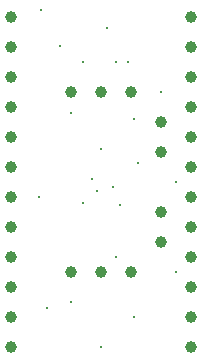
<source format=gbr>
%TF.GenerationSoftware,KiCad,Pcbnew,5.1.6+dfsg1-1~bpo10+1*%
%TF.CreationDate,Date%
%TF.ProjectId,ProMicro_QWIIC,50726f4d-6963-4726-9f5f-51574949432e,v1.0*%
%TF.SameCoordinates,Original*%
%TF.FileFunction,Plated,1,2,PTH,Drill*%
%TF.FilePolarity,Positive*%
%FSLAX46Y46*%
G04 Gerber Fmt 4.6, Leading zero omitted, Abs format (unit mm)*
G04 Created by KiCad*
%MOMM*%
%LPD*%
G01*
G04 APERTURE LIST*
%TA.AperFunction,ViaDrill*%
%ADD10C,0.200000*%
%TD*%
%TA.AperFunction,ComponentDrill*%
%ADD11C,1.000000*%
%TD*%
G04 APERTURE END LIST*
D10*
X2413000Y-15240000D03*
X2540000Y635000D03*
X3048000Y-24638000D03*
X4191000Y-2413000D03*
X5080000Y-8128000D03*
X5080000Y-24130000D03*
X6096000Y-3810000D03*
X6096000Y-15748000D03*
X6858000Y-13716000D03*
X7273990Y-14732000D03*
X7620000Y-11176000D03*
X7620000Y-27940000D03*
X8128000Y-889000D03*
X8636000Y-14351000D03*
X8890000Y-3810000D03*
X8890000Y-20320000D03*
X9271000Y-15875000D03*
X9906000Y-3810000D03*
X10414000Y-8636000D03*
X10414000Y-25400000D03*
X10795000Y-12319000D03*
X12700000Y-6350000D03*
X13970000Y-13970000D03*
X13970000Y-21590000D03*
D11*
%TO.C,J4*%
X12700000Y-8890000D03*
X12700000Y-11430000D03*
%TO.C,J3*%
X12700000Y-16510000D03*
X12700000Y-19050000D03*
%TO.C,A1*%
X0Y0D03*
X0Y-2540000D03*
X0Y-5080000D03*
X0Y-7620000D03*
X0Y-10160000D03*
X0Y-12700000D03*
X0Y-15240000D03*
X0Y-17780000D03*
X0Y-20320000D03*
X0Y-22860000D03*
X0Y-25400000D03*
X0Y-27940000D03*
X15240000Y0D03*
X15240000Y-2540000D03*
X15240000Y-5080000D03*
X15240000Y-7620000D03*
X15240000Y-10160000D03*
X15240000Y-12700000D03*
X15240000Y-15240000D03*
X15240000Y-17780000D03*
X15240000Y-20320000D03*
X15240000Y-22860000D03*
X15240000Y-25400000D03*
X15240000Y-27940000D03*
%TO.C,J5*%
X5080000Y-21590000D03*
X7620000Y-21590000D03*
X10160000Y-21590000D03*
%TO.C,J6*%
X5080000Y-6350000D03*
X7620000Y-6350000D03*
X10160000Y-6350000D03*
M02*

</source>
